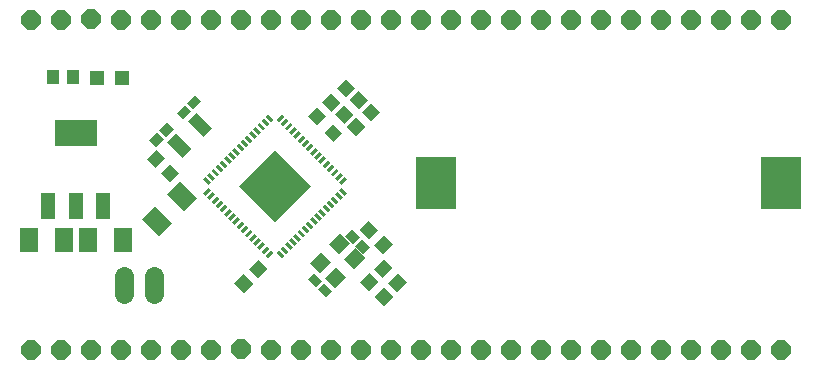
<source format=gts>
G04 EAGLE Gerber RS-274X export*
G75*
%MOMM*%
%FSLAX34Y34*%
%LPD*%
%INTop Solder Mask*%
%IPPOS*%
%AMOC8*
5,1,8,0,0,1.08239X$1,22.5*%
G01*
%ADD10R,0.290800X0.650800*%
%ADD11R,4.300800X4.300800*%
%ADD12R,1.550800X2.050800*%
%ADD13R,1.100800X1.130800*%
%ADD14R,0.975800X0.790800*%
%ADD15P,1.787026X8X202.500000*%
%ADD16P,1.787026X8X22.500000*%
%ADD17R,1.050800X1.150800*%
%ADD18R,1.250800X1.250800*%
%ADD19R,1.050800X1.850800*%
%ADD20R,1.350800X1.150800*%
%ADD21P,1.787026X8X292.500000*%
%ADD22P,1.787026X8X112.500000*%
%ADD23R,1.270000X2.286000*%
%ADD24R,3.650800X2.250800*%
%ADD25R,3.352800X4.368800*%
%ADD26R,1.050800X1.050800*%
%ADD27C,1.574800*%


D10*
G36*
X735721Y539965D02*
X737778Y537908D01*
X733177Y533307D01*
X731120Y535364D01*
X735721Y539965D01*
G37*
G36*
X732185Y543500D02*
X734242Y541443D01*
X729641Y536842D01*
X727584Y538899D01*
X732185Y543500D01*
G37*
G36*
X728650Y547036D02*
X730707Y544979D01*
X726106Y540378D01*
X724049Y542435D01*
X728650Y547036D01*
G37*
G36*
X725114Y550572D02*
X727171Y548515D01*
X722570Y543914D01*
X720513Y545971D01*
X725114Y550572D01*
G37*
G36*
X721579Y554107D02*
X723636Y552050D01*
X719035Y547449D01*
X716978Y549506D01*
X721579Y554107D01*
G37*
G36*
X718043Y557643D02*
X720100Y555586D01*
X715499Y550985D01*
X713442Y553042D01*
X718043Y557643D01*
G37*
G36*
X714508Y561178D02*
X716565Y559121D01*
X711964Y554520D01*
X709907Y556577D01*
X714508Y561178D01*
G37*
G36*
X710972Y564714D02*
X713029Y562657D01*
X708428Y558056D01*
X706371Y560113D01*
X710972Y564714D01*
G37*
G36*
X707437Y568249D02*
X709494Y566192D01*
X704893Y561591D01*
X702836Y563648D01*
X707437Y568249D01*
G37*
G36*
X703901Y571785D02*
X705958Y569728D01*
X701357Y565127D01*
X699300Y567184D01*
X703901Y571785D01*
G37*
G36*
X700366Y575320D02*
X702423Y573263D01*
X697822Y568662D01*
X695765Y570719D01*
X700366Y575320D01*
G37*
G36*
X696830Y578856D02*
X698887Y576799D01*
X694286Y572198D01*
X692229Y574255D01*
X696830Y578856D01*
G37*
G36*
X693295Y582391D02*
X695352Y580334D01*
X690751Y575733D01*
X688694Y577790D01*
X693295Y582391D01*
G37*
G36*
X689759Y585927D02*
X691816Y583870D01*
X687215Y579269D01*
X685158Y581326D01*
X689759Y585927D01*
G37*
G36*
X686223Y589462D02*
X688280Y587405D01*
X683679Y582804D01*
X681622Y584861D01*
X686223Y589462D01*
G37*
G36*
X682688Y592998D02*
X684745Y590941D01*
X680144Y586340D01*
X678087Y588397D01*
X682688Y592998D01*
G37*
G36*
X675559Y588404D02*
X673502Y586347D01*
X668901Y590948D01*
X670958Y593005D01*
X675559Y588404D01*
G37*
G36*
X672023Y584867D02*
X669966Y582810D01*
X665365Y587411D01*
X667422Y589468D01*
X672023Y584867D01*
G37*
G36*
X668486Y581331D02*
X666429Y579274D01*
X661828Y583875D01*
X663885Y585932D01*
X668486Y581331D01*
G37*
G36*
X664950Y577794D02*
X662893Y575737D01*
X658292Y580338D01*
X660349Y582395D01*
X664950Y577794D01*
G37*
G36*
X661414Y574258D02*
X659357Y572201D01*
X654756Y576802D01*
X656813Y578859D01*
X661414Y574258D01*
G37*
G36*
X657877Y570721D02*
X655820Y568664D01*
X651219Y573265D01*
X653276Y575322D01*
X657877Y570721D01*
G37*
G36*
X654341Y567185D02*
X652284Y565128D01*
X647683Y569729D01*
X649740Y571786D01*
X654341Y567185D01*
G37*
G36*
X650804Y563649D02*
X648747Y561592D01*
X644146Y566193D01*
X646203Y568250D01*
X650804Y563649D01*
G37*
G36*
X647268Y560112D02*
X645211Y558055D01*
X640610Y562656D01*
X642667Y564713D01*
X647268Y560112D01*
G37*
G36*
X643731Y556576D02*
X641674Y554519D01*
X637073Y559120D01*
X639130Y561177D01*
X643731Y556576D01*
G37*
G36*
X640195Y553039D02*
X638138Y550982D01*
X633537Y555583D01*
X635594Y557640D01*
X640195Y553039D01*
G37*
G36*
X636659Y549503D02*
X634602Y547446D01*
X630001Y552047D01*
X632058Y554104D01*
X636659Y549503D01*
G37*
G36*
X633122Y545967D02*
X631065Y543910D01*
X626464Y548511D01*
X628521Y550568D01*
X633122Y545967D01*
G37*
G36*
X629586Y542430D02*
X627529Y540373D01*
X622928Y544974D01*
X624985Y547031D01*
X629586Y542430D01*
G37*
G36*
X626049Y538894D02*
X623992Y536837D01*
X619391Y541438D01*
X621448Y543495D01*
X626049Y538894D01*
G37*
G36*
X622513Y535357D02*
X620456Y533300D01*
X615855Y537901D01*
X617912Y539958D01*
X622513Y535357D01*
G37*
G36*
X620463Y530773D02*
X622520Y528716D01*
X617919Y524115D01*
X615862Y526172D01*
X620463Y530773D01*
G37*
G36*
X623998Y527237D02*
X626055Y525180D01*
X621454Y520579D01*
X619397Y522636D01*
X623998Y527237D01*
G37*
G36*
X627534Y523701D02*
X629591Y521644D01*
X624990Y517043D01*
X622933Y519100D01*
X627534Y523701D01*
G37*
G36*
X631069Y520166D02*
X633126Y518109D01*
X628525Y513508D01*
X626468Y515565D01*
X631069Y520166D01*
G37*
G36*
X634605Y516630D02*
X636662Y514573D01*
X632061Y509972D01*
X630004Y512029D01*
X634605Y516630D01*
G37*
G36*
X638140Y513095D02*
X640197Y511038D01*
X635596Y506437D01*
X633539Y508494D01*
X638140Y513095D01*
G37*
G36*
X641676Y509559D02*
X643733Y507502D01*
X639132Y502901D01*
X637075Y504958D01*
X641676Y509559D01*
G37*
G36*
X645211Y506024D02*
X647268Y503967D01*
X642667Y499366D01*
X640610Y501423D01*
X645211Y506024D01*
G37*
G36*
X648747Y502488D02*
X650804Y500431D01*
X646203Y495830D01*
X644146Y497887D01*
X648747Y502488D01*
G37*
G36*
X652282Y498953D02*
X654339Y496896D01*
X649738Y492295D01*
X647681Y494352D01*
X652282Y498953D01*
G37*
G36*
X655818Y495417D02*
X657875Y493360D01*
X653274Y488759D01*
X651217Y490816D01*
X655818Y495417D01*
G37*
G36*
X659353Y491882D02*
X661410Y489825D01*
X656809Y485224D01*
X654752Y487281D01*
X659353Y491882D01*
G37*
G36*
X662889Y488346D02*
X664946Y486289D01*
X660345Y481688D01*
X658288Y483745D01*
X662889Y488346D01*
G37*
G36*
X666424Y484811D02*
X668481Y482754D01*
X663880Y478153D01*
X661823Y480210D01*
X666424Y484811D01*
G37*
G36*
X669960Y481275D02*
X672017Y479218D01*
X667416Y474617D01*
X665359Y476674D01*
X669960Y481275D01*
G37*
G36*
X673496Y477740D02*
X675553Y475683D01*
X670952Y471082D01*
X668895Y473139D01*
X673496Y477740D01*
G37*
G36*
X684738Y473132D02*
X682681Y471075D01*
X678080Y475676D01*
X680137Y477733D01*
X684738Y473132D01*
G37*
G36*
X688275Y476668D02*
X686218Y474611D01*
X681617Y479212D01*
X683674Y481269D01*
X688275Y476668D01*
G37*
G36*
X691811Y480205D02*
X689754Y478148D01*
X685153Y482749D01*
X687210Y484806D01*
X691811Y480205D01*
G37*
G36*
X695348Y483741D02*
X693291Y481684D01*
X688690Y486285D01*
X690747Y488342D01*
X695348Y483741D01*
G37*
G36*
X698884Y487278D02*
X696827Y485221D01*
X692226Y489822D01*
X694283Y491879D01*
X698884Y487278D01*
G37*
G36*
X702420Y490814D02*
X700363Y488757D01*
X695762Y493358D01*
X697819Y495415D01*
X702420Y490814D01*
G37*
G36*
X705957Y494350D02*
X703900Y492293D01*
X699299Y496894D01*
X701356Y498951D01*
X705957Y494350D01*
G37*
G36*
X709493Y497887D02*
X707436Y495830D01*
X702835Y500431D01*
X704892Y502488D01*
X709493Y497887D01*
G37*
G36*
X713030Y501423D02*
X710973Y499366D01*
X706372Y503967D01*
X708429Y506024D01*
X713030Y501423D01*
G37*
G36*
X716566Y504960D02*
X714509Y502903D01*
X709908Y507504D01*
X711965Y509561D01*
X716566Y504960D01*
G37*
G36*
X720103Y508496D02*
X718046Y506439D01*
X713445Y511040D01*
X715502Y513097D01*
X720103Y508496D01*
G37*
G36*
X723639Y512033D02*
X721582Y509976D01*
X716981Y514577D01*
X719038Y516634D01*
X723639Y512033D01*
G37*
G36*
X727175Y515569D02*
X725118Y513512D01*
X720517Y518113D01*
X722574Y520170D01*
X727175Y515569D01*
G37*
G36*
X730712Y519105D02*
X728655Y517048D01*
X724054Y521649D01*
X726111Y523706D01*
X730712Y519105D01*
G37*
G36*
X734248Y522642D02*
X732191Y520585D01*
X727590Y525186D01*
X729647Y527243D01*
X734248Y522642D01*
G37*
G36*
X737785Y526178D02*
X735728Y524121D01*
X731127Y528722D01*
X733184Y530779D01*
X737785Y526178D01*
G37*
D11*
G36*
X646409Y532040D02*
X676820Y562451D01*
X707231Y532040D01*
X676820Y501629D01*
X646409Y532040D01*
G37*
D12*
G36*
X585630Y525708D02*
X596596Y536674D01*
X611096Y522174D01*
X600130Y511208D01*
X585630Y525708D01*
G37*
G36*
X564416Y504494D02*
X575382Y515460D01*
X589882Y500960D01*
X578916Y489994D01*
X564416Y504494D01*
G37*
D13*
G36*
X654888Y462223D02*
X662671Y470006D01*
X670666Y462011D01*
X662883Y454228D01*
X654888Y462223D01*
G37*
G36*
X642514Y449849D02*
X650297Y457632D01*
X658292Y449637D01*
X650509Y441854D01*
X642514Y449849D01*
G37*
G36*
X743382Y592639D02*
X735599Y584856D01*
X727604Y592851D01*
X735387Y600634D01*
X743382Y592639D01*
G37*
G36*
X755756Y605013D02*
X747973Y597230D01*
X739978Y605225D01*
X747761Y613008D01*
X755756Y605013D01*
G37*
D14*
G36*
X602010Y602521D02*
X608909Y609420D01*
X614500Y603829D01*
X607601Y596930D01*
X602010Y602521D01*
G37*
G36*
X593524Y594035D02*
X600423Y600934D01*
X606014Y595343D01*
X599115Y588444D01*
X593524Y594035D01*
G37*
G36*
X582900Y572229D02*
X576001Y565330D01*
X570410Y570921D01*
X577309Y577820D01*
X582900Y572229D01*
G37*
G36*
X591386Y580715D02*
X584487Y573816D01*
X578896Y579407D01*
X585795Y586306D01*
X591386Y580715D01*
G37*
D15*
X647700Y393900D03*
D16*
X520854Y673239D03*
D13*
G36*
X756723Y443070D02*
X748940Y450853D01*
X756935Y458848D01*
X764718Y451065D01*
X756723Y443070D01*
G37*
G36*
X769097Y430696D02*
X761314Y438479D01*
X769309Y446474D01*
X777092Y438691D01*
X769097Y430696D01*
G37*
D17*
G36*
X768219Y454783D02*
X760789Y462213D01*
X768925Y470349D01*
X776355Y462919D01*
X768219Y454783D01*
G37*
G36*
X780239Y442763D02*
X772809Y450193D01*
X780945Y458329D01*
X788375Y450899D01*
X780239Y442763D01*
G37*
D18*
X547202Y623316D03*
X526202Y623316D03*
D17*
X488832Y624332D03*
X505832Y624332D03*
D19*
G36*
X603101Y586977D02*
X610531Y594407D01*
X623617Y581321D01*
X616187Y573891D01*
X603101Y586977D01*
G37*
G36*
X585423Y569299D02*
X592853Y576729D01*
X605939Y563643D01*
X598509Y556213D01*
X585423Y569299D01*
G37*
D20*
G36*
X724226Y467941D02*
X714675Y458390D01*
X706538Y466527D01*
X716089Y476078D01*
X724226Y467941D01*
G37*
G36*
X753218Y471477D02*
X743667Y461926D01*
X735530Y470063D01*
X745081Y479614D01*
X753218Y471477D01*
G37*
G36*
X740490Y484205D02*
X730939Y474654D01*
X722802Y482791D01*
X732353Y492342D01*
X740490Y484205D01*
G37*
G36*
X736954Y455213D02*
X727403Y445662D01*
X719266Y453799D01*
X728817Y463350D01*
X736954Y455213D01*
G37*
D14*
G36*
X718599Y450312D02*
X725498Y443413D01*
X719907Y437822D01*
X713008Y444721D01*
X718599Y450312D01*
G37*
G36*
X710113Y458798D02*
X717012Y451899D01*
X711421Y446308D01*
X704522Y453207D01*
X710113Y458798D01*
G37*
G36*
X743307Y483020D02*
X736408Y489919D01*
X741999Y495510D01*
X748898Y488611D01*
X743307Y483020D01*
G37*
G36*
X751793Y474534D02*
X744894Y481433D01*
X750485Y487024D01*
X757384Y480125D01*
X751793Y474534D01*
G37*
D21*
X723900Y673100D03*
X698500Y673100D03*
X673100Y673100D03*
X647700Y673100D03*
X622300Y673100D03*
X596900Y673100D03*
X571500Y673100D03*
X546100Y673100D03*
D22*
X673100Y393700D03*
X698500Y393700D03*
X723900Y393700D03*
X749300Y393700D03*
X774700Y393700D03*
X800100Y393700D03*
X825500Y393700D03*
X520700Y393700D03*
X546100Y393700D03*
X571500Y393700D03*
X596900Y393700D03*
X622300Y393700D03*
D21*
X876300Y673100D03*
X850900Y673100D03*
X825500Y673100D03*
X800100Y673100D03*
X1079500Y673100D03*
X1054100Y673100D03*
X1028700Y673100D03*
X1003300Y673100D03*
X977900Y673100D03*
X952500Y673100D03*
X927100Y673100D03*
X901700Y673100D03*
D15*
X850900Y393700D03*
X876300Y393700D03*
X774700Y673100D03*
X749300Y673100D03*
D23*
X484886Y515112D03*
X508000Y515112D03*
X531114Y515112D03*
D24*
X508000Y577090D03*
D12*
X548400Y486410D03*
X518400Y486410D03*
X498362Y486410D03*
X468362Y486410D03*
D15*
X1003300Y393700D03*
X1079500Y393700D03*
X1104900Y393700D03*
X1054100Y393700D03*
X1028700Y393700D03*
X901700Y393700D03*
X927100Y393700D03*
X952500Y393700D03*
X977900Y393700D03*
D17*
G36*
X575651Y547511D02*
X568221Y554941D01*
X576357Y563077D01*
X583787Y555647D01*
X575651Y547511D01*
G37*
G36*
X587671Y535491D02*
X580241Y542921D01*
X588377Y551057D01*
X595807Y543627D01*
X587671Y535491D01*
G37*
D16*
X495300Y673100D03*
X495300Y393700D03*
X469900Y393700D03*
X469900Y673100D03*
X1104900Y673100D03*
D13*
G36*
X732442Y602799D02*
X724659Y595016D01*
X716664Y603011D01*
X724447Y610794D01*
X732442Y602799D01*
G37*
G36*
X744816Y615173D02*
X737033Y607390D01*
X729038Y615385D01*
X736821Y623168D01*
X744816Y615173D01*
G37*
D25*
X1104900Y534670D03*
X812800Y534670D03*
D13*
G36*
X756215Y486994D02*
X748432Y494777D01*
X756427Y502772D01*
X764210Y494989D01*
X756215Y486994D01*
G37*
G36*
X768589Y474620D02*
X760806Y482403D01*
X768801Y490398D01*
X776584Y482615D01*
X768589Y474620D01*
G37*
G36*
X753660Y582361D02*
X745877Y574578D01*
X737882Y582573D01*
X745665Y590356D01*
X753660Y582361D01*
G37*
G36*
X766034Y594735D02*
X758251Y586952D01*
X750256Y594947D01*
X758039Y602730D01*
X766034Y594735D01*
G37*
D26*
G36*
X712275Y583841D02*
X704845Y591271D01*
X712275Y598701D01*
X719705Y591271D01*
X712275Y583841D01*
G37*
G36*
X726417Y569699D02*
X718987Y577129D01*
X726417Y584559D01*
X733847Y577129D01*
X726417Y569699D01*
G37*
D27*
X574040Y456184D02*
X574040Y440944D01*
X548640Y440944D02*
X548640Y456184D01*
M02*

</source>
